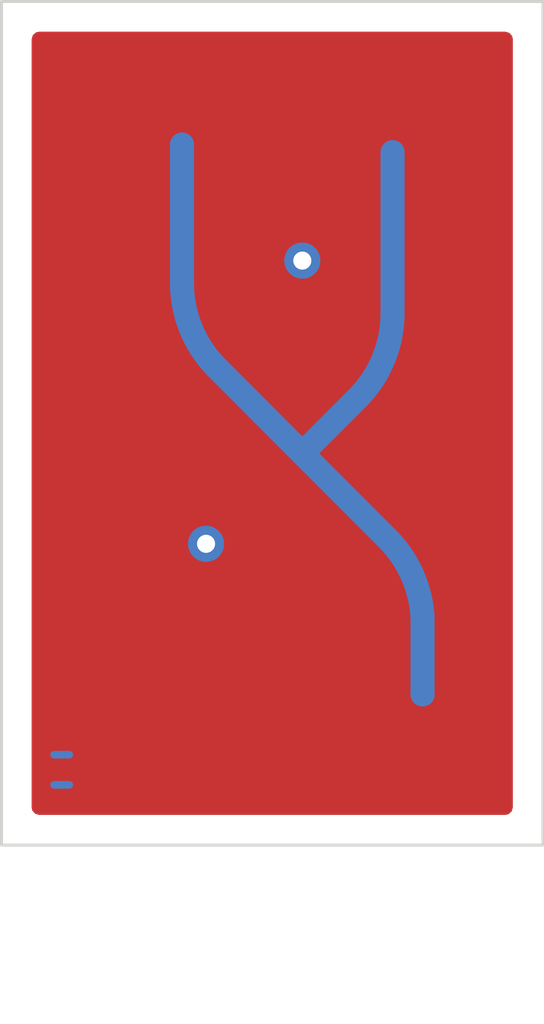
<source format=kicad_pcb>
(kicad_pcb (version 20240108) (generator "pcbnew") (generator_version "8.0")
  (layers (0 "F.Cu" signal) (31 "B.Cu" signal) (34 "B.Paste" user) (35 "F.Paste" user) (36 "B.SilkS" user "B.Silkscreen") (37 "F.SilkS" user "F.Silkscreen") (38 "B.Mask" user) (39 "F.Mask" user) (44 "Edge.Cuts" user))
  (net 0 "")
  (net 1 "/MSL")
  (net 2 "GND")
  (footprint "antmicro-footprints:NetTie-2_SMD_Pad0.127mm" (layer "B.Cu") (at 141 113.5 180)
    (property "Reference" "TP4" (hide yes))
    (property "Value" "Net-Tie_2")
    (fp_poly (pts (xy -0.0635 0.0635) (xy 0.0625 0.0635) (xy 0.0625 -0.0635) (xy -0.0635 -0.0635)) (fill solid) (layer "B.Cu"))
    (pad "1" smd roundrect (at -0.127 0) (size 0.127 0.127) (layers "B.Cu") (roundrect_rratio 0.5) (chamfer_ratio 0) (chamfer top_left bottom_left) (net 2 "GND"))
    (pad "2" smd roundrect (at 0.126 0 180) (size 0.127 0.127) (layers "B.Cu") (roundrect_rratio 0.5) (chamfer_ratio 0) (chamfer top_left bottom_left) (net 2 "GND"))
  )
  (footprint "antmicro-footprints:NetTie-2_SMD_Pad0.127mm" (layer "B.Cu") (at 147 112.4 90)
    (property "Reference" "TP3" (hide yes))
    (property "Value" "Net-Tie_2")
    (fp_poly (pts (xy -0.0635 0.0635) (xy 0.0625 0.0635) (xy 0.0625 -0.0635) (xy -0.0635 -0.0635)) (fill solid) (layer "B.Cu"))
    (pad "1" smd roundrect (at -0.127 0 270) (size 0.127 0.127) (layers "B.Cu") (roundrect_rratio 0.5) (chamfer_ratio 0) (chamfer top_left bottom_left) (net 1 "/MSL"))
    (pad "2" smd roundrect (at 0.126 0 90) (size 0.127 0.127) (layers "B.Cu") (roundrect_rratio 0.5) (chamfer_ratio 0) (chamfer top_left bottom_left) (net 1 "/MSL"))
  )
  (footprint "antmicro-footprints:Simulation_Port" (layer "B.Cu") (at 146.5 103.25)
    (property "Reference" "SP3")
    (property "Value" "Simulation_Port" (hide yes))
  )
  (footprint "antmicro-footprints:Simulation_Port" (layer "B.Cu") (at 147 112.75 180)
    (property "Reference" "SP2")
    (property "Value" "Simulation_Port" (hide yes))
  )
  (footprint "antmicro-footprints:NetTie-2_SMD_Pad0.127mm" (layer "B.Cu") (at 143 103.5 -90)
    (property "Reference" "TP1" (hide yes))
    (property "Value" "Net-Tie_2")
    (fp_poly (pts (xy -0.0635 0.0635) (xy 0.0625 0.0635) (xy 0.0625 -0.0635) (xy -0.0635 -0.0635)) (fill solid) (layer "B.Cu"))
    (pad "1" smd roundrect (at -0.127 0 90) (size 0.127 0.127) (layers "B.Cu") (roundrect_rratio 0.5) (chamfer_ratio 0) (chamfer top_left bottom_left) (net 1 "/MSL"))
    (pad "2" smd roundrect (at 0.126 0 270) (size 0.127 0.127) (layers "B.Cu") (roundrect_rratio 0.5) (chamfer_ratio 0) (chamfer top_left bottom_left) (net 1 "/MSL"))
  )
  (footprint "antmicro-footprints:NetTie-2_SMD_Pad0.127mm" (layer "B.Cu") (at 141 114 180)
    (property "Reference" "TP2" (hide yes))
    (property "Value" "Net-Tie_2")
    (fp_poly (pts (xy -0.0635 0.0635) (xy 0.0625 0.0635) (xy 0.0625 -0.0635) (xy -0.0635 -0.0635)) (fill solid) (layer "B.Cu"))
    (pad "1" smd roundrect (at -0.127 0) (size 0.127 0.127) (layers "B.Cu") (roundrect_rratio 0.5) (chamfer_ratio 0) (chamfer top_left bottom_left) (net 2 "GND"))
    (pad "2" smd roundrect (at 0.126 0 180) (size 0.127 0.127) (layers "B.Cu") (roundrect_rratio 0.5) (chamfer_ratio 0) (chamfer top_left bottom_left) (net 2 "GND"))
  )
  (footprint "antmicro-footprints:Simulation_Port" (layer "B.Cu") (at 143 103.25)
    (property "Reference" "SP1")
    (property "Value" "Simulation_Port" (hide yes))
  )
  (gr_rect (start 140 101) (end 149 115) (stroke (width 0.05)) (fill none) (layer "Edge.Cuts"))
  (segment (start 145 108.5) (end 145.914214 107.585786) (width 0.4) (layer "B.Cu") (net 1))
  (segment (start 146.998156 111.19746) (end 146.998156 112.498156) (width 0.4) (layer "B.Cu") (net 1))
  (segment (start 146.5 106.171573) (end 146.5 103.5) (width 0.4) (layer "B.Cu") (net 1))
  (segment (start 143 103.373) (end 143 105.671573) (width 0.4) (layer "B.Cu") (net 1))
  (segment (start 146.998156 112.498156) (end 147 112.5) (width 0.4) (layer "B.Cu") (net 1))
  (segment (start 143.585787 107.085787) (end 145 108.5) (width 0.4) (layer "B.Cu") (net 1))
  (segment (start 145 108.5) (end 146.414214 109.914214) (width 0.4) (layer "B.Cu") (net 1))
  (arc (start 146.414214 109.914214) (mid 146.82172 110.503015) (end 146.998156 111.19746) (width 0.4) (layer "B.Cu") (net 1))
  (arc (start 145.914214 107.585786) (mid 146.34775 106.936938) (end 146.5 106.171573) (width 0.4) (layer "B.Cu") (net 1))
  (arc (start 143 105.671573) (mid 143.15225 106.436939) (end 143.585787 107.085787) (width 0.4) (layer "B.Cu") (net 1))
  (via (at 145 105.3) (size 0.6) (drill 0.3) (layers "F.Cu" "B.Cu") (net 2))
  (via (at 143.4 110) (size 0.6) (drill 0.3) (layers "F.Cu" "B.Cu") (net 2))
  (zone (net 2) (net_name "GND") (layer "F.Cu") (priority 1) (connect_pads (clearance 0.2)) (min_thickness 0.25) (fill yes (thermal_gap 0.5) (thermal_bridge_width 0.5))
    (polygon (pts (xy 140 101) (xy 149 101) (xy 149 115) (xy 140 114.9)))
  )
)
</source>
